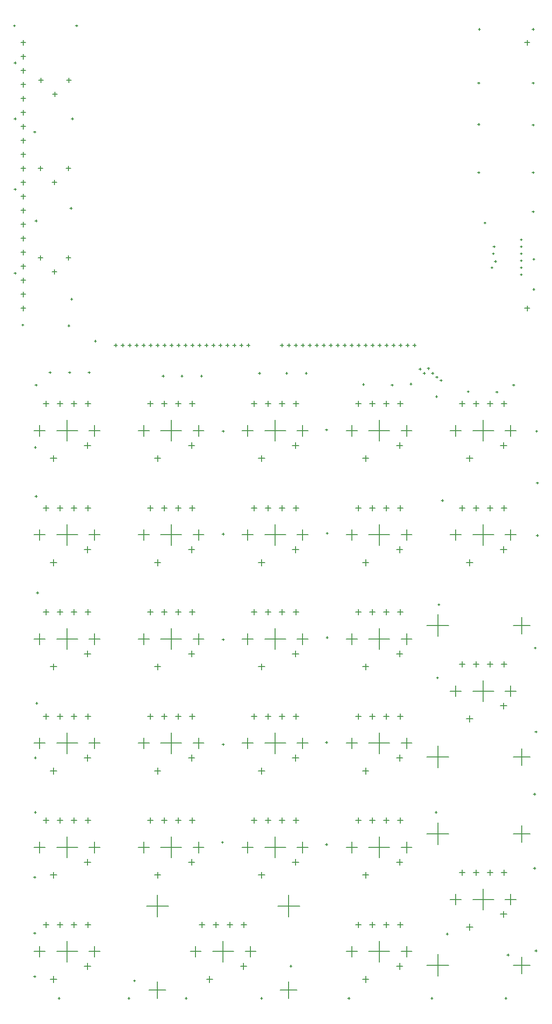
<source format=gbr>
%TF.GenerationSoftware,Altium Limited,Altium Designer,22.7.1 (60)*%
G04 Layer_Color=128*
%FSLAX45Y45*%
%MOMM*%
%TF.SameCoordinates,5A05AA2C-F857-43D8-A6CE-F15CAA79189D*%
%TF.FilePolarity,Positive*%
%TF.FileFunction,Drillmap*%
%TF.Part,Single*%
G01*
G75*
%TA.AperFunction,NonConductor*%
%ADD85C,0.12700*%
D85*
X542290Y16827499D02*
X626110D01*
X584200Y16785590D02*
Y16869411D01*
X796290Y16573500D02*
X880110D01*
X838200Y16531590D02*
Y16615410D01*
X1050290Y16827499D02*
X1134110D01*
X1092200Y16785590D02*
Y16869411D01*
X1037590Y13601700D02*
X1121410D01*
X1079500Y13559790D02*
Y13643610D01*
X783590Y13347701D02*
X867410D01*
X825500Y13305791D02*
Y13389610D01*
X529590Y13601700D02*
X613410D01*
X571500Y13559790D02*
Y13643610D01*
X1037590Y15227299D02*
X1121410D01*
X1079500Y15185390D02*
Y15269209D01*
X783590Y14973300D02*
X867410D01*
X825500Y14931390D02*
Y15015210D01*
X529590Y15227299D02*
X613410D01*
X571500Y15185390D02*
Y15269209D01*
X8701930Y10950930D02*
X8803530D01*
X8752730Y10900130D02*
Y11001730D01*
X8193930Y10950930D02*
X8295530D01*
X8244730Y10900130D02*
Y11001730D01*
X8447930Y10950930D02*
X8549530D01*
X8498730Y10900130D02*
Y11001730D01*
X8955950Y10950910D02*
X9057550D01*
X9006750Y10900110D02*
Y11001710D01*
X8324780Y9960310D02*
X8439080D01*
X8381930Y9903160D02*
Y10017460D01*
X8941980Y10194010D02*
X9056280D01*
X8999130Y10136860D02*
Y10251160D01*
X8436530Y10463230D02*
X8817530D01*
X8627030Y10272730D02*
Y10653730D01*
X9026140Y10463230D02*
X9226140D01*
X9126140Y10363230D02*
Y10563230D01*
X8027930Y10463230D02*
X8227930D01*
X8127930Y10363230D02*
Y10563230D01*
X8027930Y5732480D02*
X8227930D01*
X8127930Y5632480D02*
Y5832480D01*
X9026140Y5732480D02*
X9226140D01*
X9126140Y5632480D02*
Y5832480D01*
X8436530Y5732480D02*
X8817530D01*
X8627030Y5541980D02*
Y5922980D01*
X8941980Y5463260D02*
X9056280D01*
X8999130Y5406110D02*
Y5520410D01*
X8324780Y5229560D02*
X8439080D01*
X8381930Y5172410D02*
Y5286710D01*
X8955950Y6220160D02*
X9057550D01*
X9006750Y6169360D02*
Y6270960D01*
X8447930Y6220180D02*
X8549530D01*
X8498730Y6169380D02*
Y6270980D01*
X8193930Y6220180D02*
X8295530D01*
X8244730Y6169380D02*
Y6270980D01*
X8701930Y6220180D02*
X8803530D01*
X8752730Y6169380D02*
Y6270980D01*
X7602140Y6926280D02*
X8000920D01*
X7801530Y6726890D02*
Y7125670D01*
X9173130Y6926280D02*
X9477930D01*
X9325530Y6773880D02*
Y7078680D01*
X9173130Y4538680D02*
X9477930D01*
X9325530Y4386280D02*
Y4691080D01*
X7602140Y4538680D02*
X8000920D01*
X7801530Y4339290D02*
Y4738070D01*
X8027930Y1947880D02*
X8227930D01*
X8127930Y1847880D02*
Y2047880D01*
X9026140Y1947880D02*
X9226140D01*
X9126140Y1847880D02*
Y2047880D01*
X8436530Y1947880D02*
X8817530D01*
X8627030Y1757380D02*
Y2138380D01*
X8941980Y1678660D02*
X9056280D01*
X8999130Y1621510D02*
Y1735810D01*
X8324780Y1444960D02*
X8439080D01*
X8381930Y1387810D02*
Y1502110D01*
X8955950Y2435560D02*
X9057550D01*
X9006750Y2384760D02*
Y2486360D01*
X8447930Y2435580D02*
X8549530D01*
X8498730Y2384780D02*
Y2486380D01*
X8193930Y2435580D02*
X8295530D01*
X8244730Y2384780D02*
Y2486380D01*
X8701930Y2435580D02*
X8803530D01*
X8752730Y2384780D02*
Y2486380D01*
X7602140Y3141680D02*
X8000920D01*
X7801530Y2942290D02*
Y3341070D01*
X9173130Y3141680D02*
X9477930D01*
X9325530Y2989280D02*
Y3294080D01*
X9173130Y754080D02*
X9477930D01*
X9325530Y601680D02*
Y906480D01*
X7602140Y754080D02*
X8000920D01*
X7801530Y554690D02*
Y953470D01*
X3971180Y1489430D02*
X4072780D01*
X4021980Y1438630D02*
Y1540230D01*
X3463180Y1489430D02*
X3564780D01*
X3513980Y1438630D02*
Y1540230D01*
X3717180Y1489430D02*
X3818780D01*
X3767980Y1438630D02*
Y1540230D01*
X4225200Y1489410D02*
X4326800D01*
X4276000Y1438610D02*
Y1540210D01*
X3594030Y498810D02*
X3708330D01*
X3651180Y441660D02*
Y555960D01*
X4211230Y732510D02*
X4325530D01*
X4268380Y675360D02*
Y789660D01*
X3705780Y1001730D02*
X4086780D01*
X3896280Y811230D02*
Y1192230D01*
X4295390Y1001730D02*
X4495390D01*
X4395390Y901730D02*
Y1101730D01*
X3297180Y1001730D02*
X3497180D01*
X3397180Y901730D02*
Y1101730D01*
X2550080Y303230D02*
X2854880D01*
X2702480Y150830D02*
Y455630D01*
X4937680Y303230D02*
X5242480D01*
X5090080Y150830D02*
Y455630D01*
X2503090Y1827230D02*
X2901870D01*
X2702480Y1627840D02*
Y2026620D01*
X4890690Y1827230D02*
X5289470D01*
X5090080Y1627840D02*
Y2026620D01*
X1132730Y1489430D02*
X1234330D01*
X1183530Y1438630D02*
Y1540230D01*
X624730Y1489430D02*
X726330D01*
X675530Y1438630D02*
Y1540230D01*
X878730Y1489430D02*
X980330D01*
X929530Y1438630D02*
Y1540230D01*
X1386750Y1489410D02*
X1488350D01*
X1437550Y1438610D02*
Y1540210D01*
X755580Y498810D02*
X869880D01*
X812730Y441660D02*
Y555960D01*
X1372780Y732510D02*
X1487080D01*
X1429930Y675360D02*
Y789660D01*
X867330Y1001730D02*
X1248330D01*
X1057830Y811230D02*
Y1192230D01*
X1456940Y1001730D02*
X1656940D01*
X1556940Y901730D02*
Y1101730D01*
X458730Y1001730D02*
X658730D01*
X558730Y901730D02*
Y1101730D01*
X1132730Y3381730D02*
X1234330D01*
X1183530Y3330930D02*
Y3432530D01*
X624730Y3381730D02*
X726330D01*
X675530Y3330930D02*
Y3432530D01*
X878730Y3381730D02*
X980330D01*
X929530Y3330930D02*
Y3432530D01*
X1386750Y3381710D02*
X1488350D01*
X1437550Y3330910D02*
Y3432510D01*
X755580Y2391110D02*
X869880D01*
X812730Y2333960D02*
Y2448260D01*
X1372780Y2624810D02*
X1487080D01*
X1429930Y2567660D02*
Y2681960D01*
X867330Y2894030D02*
X1248330D01*
X1057830Y2703530D02*
Y3084530D01*
X1456940Y2894030D02*
X1656940D01*
X1556940Y2794030D02*
Y2994030D01*
X458730Y2894030D02*
X658730D01*
X558730Y2794030D02*
Y2994030D01*
X1132730Y5274030D02*
X1234330D01*
X1183530Y5223230D02*
Y5324830D01*
X624730Y5274030D02*
X726330D01*
X675530Y5223230D02*
Y5324830D01*
X878730Y5274030D02*
X980330D01*
X929530Y5223230D02*
Y5324830D01*
X1386750Y5274010D02*
X1488350D01*
X1437550Y5223210D02*
Y5324810D01*
X755580Y4283410D02*
X869880D01*
X812730Y4226260D02*
Y4340560D01*
X1372780Y4517110D02*
X1487080D01*
X1429930Y4459960D02*
Y4574260D01*
X867330Y4786330D02*
X1248330D01*
X1057830Y4595830D02*
Y4976830D01*
X1456940Y4786330D02*
X1656940D01*
X1556940Y4686330D02*
Y4886330D01*
X458730Y4786330D02*
X658730D01*
X558730Y4686330D02*
Y4886330D01*
X1132730Y7166330D02*
X1234330D01*
X1183530Y7115530D02*
Y7217130D01*
X624730Y7166330D02*
X726330D01*
X675530Y7115530D02*
Y7217130D01*
X878730Y7166330D02*
X980330D01*
X929530Y7115530D02*
Y7217130D01*
X1386750Y7166310D02*
X1488350D01*
X1437550Y7115510D02*
Y7217110D01*
X755580Y6175710D02*
X869880D01*
X812730Y6118560D02*
Y6232860D01*
X1372780Y6409410D02*
X1487080D01*
X1429930Y6352260D02*
Y6466560D01*
X867330Y6678630D02*
X1248330D01*
X1057830Y6488130D02*
Y6869130D01*
X1456940Y6678630D02*
X1656940D01*
X1556940Y6578630D02*
Y6778630D01*
X458730Y6678630D02*
X658730D01*
X558730Y6578630D02*
Y6778630D01*
X1132730Y9058630D02*
X1234330D01*
X1183530Y9007830D02*
Y9109430D01*
X624730Y9058630D02*
X726330D01*
X675530Y9007830D02*
Y9109430D01*
X878730Y9058630D02*
X980330D01*
X929530Y9007830D02*
Y9109430D01*
X1386750Y9058610D02*
X1488350D01*
X1437550Y9007810D02*
Y9109410D01*
X755580Y8068010D02*
X869880D01*
X812730Y8010860D02*
Y8125160D01*
X1372780Y8301710D02*
X1487080D01*
X1429930Y8244560D02*
Y8358860D01*
X867330Y8570930D02*
X1248330D01*
X1057830Y8380430D02*
Y8761430D01*
X1456940Y8570930D02*
X1656940D01*
X1556940Y8470930D02*
Y8670930D01*
X458730Y8570930D02*
X658730D01*
X558730Y8470930D02*
Y8670930D01*
X1132730Y10950930D02*
X1234330D01*
X1183530Y10900130D02*
Y11001730D01*
X624730Y10950930D02*
X726330D01*
X675530Y10900130D02*
Y11001730D01*
X878730Y10950930D02*
X980330D01*
X929530Y10900130D02*
Y11001730D01*
X1386750Y10950910D02*
X1488350D01*
X1437550Y10900110D02*
Y11001710D01*
X755580Y9960310D02*
X869880D01*
X812730Y9903160D02*
Y10017460D01*
X1372780Y10194010D02*
X1487080D01*
X1429930Y10136860D02*
Y10251160D01*
X867330Y10463230D02*
X1248330D01*
X1057830Y10272730D02*
Y10653730D01*
X1456940Y10463230D02*
X1656940D01*
X1556940Y10363230D02*
Y10563230D01*
X458730Y10463230D02*
X658730D01*
X558730Y10363230D02*
Y10563230D01*
X7348700Y12014200D02*
X7408700D01*
X7378700Y11984200D02*
Y12044200D01*
X7221700Y12014200D02*
X7281700D01*
X7251700Y11984200D02*
Y12044200D01*
X7094700Y12014200D02*
X7154700D01*
X7124700Y11984200D02*
Y12044200D01*
X6967700Y12014200D02*
X7027700D01*
X6997700Y11984200D02*
Y12044200D01*
X6840700Y12014200D02*
X6900700D01*
X6870700Y11984200D02*
Y12044200D01*
X6713700Y12014200D02*
X6773700D01*
X6743700Y11984200D02*
Y12044200D01*
X6586700Y12014200D02*
X6646700D01*
X6616700Y11984200D02*
Y12044200D01*
X6459700Y12014200D02*
X6519700D01*
X6489700Y11984200D02*
Y12044200D01*
X6332700Y12014200D02*
X6392700D01*
X6362700Y11984200D02*
Y12044200D01*
X6205700Y12014200D02*
X6265700D01*
X6235700Y11984200D02*
Y12044200D01*
X6078700Y12014200D02*
X6138700D01*
X6108700Y11984200D02*
Y12044200D01*
X5951700Y12014200D02*
X6011700D01*
X5981700Y11984200D02*
Y12044200D01*
X5824700Y12014200D02*
X5884700D01*
X5854700Y11984200D02*
Y12044200D01*
X5697700Y12014200D02*
X5757700D01*
X5727700Y11984200D02*
Y12044200D01*
X5570700Y12014200D02*
X5630700D01*
X5600700Y11984200D02*
Y12044200D01*
X5443700Y12014200D02*
X5503700D01*
X5473700Y11984200D02*
Y12044200D01*
X5316700Y12014200D02*
X5376700D01*
X5346700Y11984200D02*
Y12044200D01*
X5189700Y12014200D02*
X5249700D01*
X5219700Y11984200D02*
Y12044200D01*
X5062700Y12014200D02*
X5122700D01*
X5092700Y11984200D02*
Y12044200D01*
X4935700Y12014200D02*
X4995700D01*
X4965700Y11984200D02*
Y12044200D01*
X4326100Y12014200D02*
X4386100D01*
X4356100Y11984200D02*
Y12044200D01*
X4199100Y12014200D02*
X4259100D01*
X4229100Y11984200D02*
Y12044200D01*
X4072100Y12014200D02*
X4132100D01*
X4102100Y11984200D02*
Y12044200D01*
X3945100Y12014200D02*
X4005100D01*
X3975100Y11984200D02*
Y12044200D01*
X3818100Y12014200D02*
X3878100D01*
X3848100Y11984200D02*
Y12044200D01*
X3691100Y12014200D02*
X3751100D01*
X3721100Y11984200D02*
Y12044200D01*
X3564100Y12014200D02*
X3624100D01*
X3594100Y11984200D02*
Y12044200D01*
X3437100Y12014200D02*
X3497100D01*
X3467100Y11984200D02*
Y12044200D01*
X3310100Y12014200D02*
X3370100D01*
X3340100Y11984200D02*
Y12044200D01*
X3183100Y12014200D02*
X3243100D01*
X3213100Y11984200D02*
Y12044200D01*
X3056100Y12014200D02*
X3116100D01*
X3086100Y11984200D02*
Y12044200D01*
X2929100Y12014200D02*
X2989100D01*
X2959100Y11984200D02*
Y12044200D01*
X2802100Y12014200D02*
X2862100D01*
X2832100Y11984200D02*
Y12044200D01*
X2675100Y12014200D02*
X2735100D01*
X2705100Y11984200D02*
Y12044200D01*
X2548100Y12014200D02*
X2608100D01*
X2578100Y11984200D02*
Y12044200D01*
X2421100Y12014200D02*
X2481100D01*
X2451100Y11984200D02*
Y12044200D01*
X2294100Y12014200D02*
X2354100D01*
X2324100Y11984200D02*
Y12044200D01*
X2167100Y12014200D02*
X2227100D01*
X2197100Y11984200D02*
Y12044200D01*
X2040100Y12014200D02*
X2100100D01*
X2070100Y11984200D02*
Y12044200D01*
X1913100Y12014200D02*
X1973100D01*
X1943100Y11984200D02*
Y12044200D01*
X214000Y12685300D02*
X304000D01*
X259000Y12640300D02*
Y12730300D01*
X214000Y12939301D02*
X304000D01*
X259000Y12894299D02*
Y12984300D01*
X214000Y13193300D02*
X304000D01*
X259000Y13148300D02*
Y13238300D01*
X214000Y13447301D02*
X304000D01*
X259000Y13402299D02*
Y13492300D01*
X214000Y13701300D02*
X304000D01*
X259000Y13656300D02*
Y13746300D01*
X214000Y13955299D02*
X304000D01*
X259000Y13910300D02*
Y14000301D01*
X214000Y14209300D02*
X304000D01*
X259000Y14164301D02*
Y14254300D01*
X214000Y14463300D02*
X304000D01*
X259000Y14418300D02*
Y14508299D01*
X214000Y14717300D02*
X304000D01*
X259000Y14672301D02*
Y14762300D01*
X214000Y14971300D02*
X304000D01*
X259000Y14926300D02*
Y15016299D01*
X214000Y15225301D02*
X304000D01*
X259000Y15180299D02*
Y15270300D01*
X214000Y15479300D02*
X304000D01*
X259000Y15434300D02*
Y15524300D01*
X214000Y15733299D02*
X304000D01*
X259000Y15688300D02*
Y15778300D01*
X214000Y15987300D02*
X304000D01*
X259000Y15942300D02*
Y16032300D01*
X214000Y16241299D02*
X304000D01*
X259000Y16196300D02*
Y16286301D01*
X214000Y16495300D02*
X304000D01*
X259000Y16450301D02*
Y16540300D01*
X214000Y16749300D02*
X304000D01*
X259000Y16704300D02*
Y16794299D01*
X9380860Y12685300D02*
X9470860D01*
X9425860Y12640300D02*
Y12730300D01*
X9380860Y17511301D02*
X9470860D01*
X9425860Y17466299D02*
Y17556300D01*
X214000Y17003300D02*
X304000D01*
X259000Y16958299D02*
Y17048300D01*
X214000Y17257300D02*
X304000D01*
X259000Y17212300D02*
Y17302299D01*
X214000Y17511301D02*
X304000D01*
X259000Y17466299D02*
Y17556300D01*
X6135630Y10463230D02*
X6335630D01*
X6235630Y10363230D02*
Y10563230D01*
X7133840Y10463230D02*
X7333840D01*
X7233840Y10363230D02*
Y10563230D01*
X6544230Y10463230D02*
X6925230D01*
X6734730Y10272730D02*
Y10653730D01*
X7049680Y10194010D02*
X7163980D01*
X7106830Y10136860D02*
Y10251160D01*
X6432480Y9960310D02*
X6546780D01*
X6489630Y9903160D02*
Y10017460D01*
X7063650Y10950910D02*
X7165250D01*
X7114450Y10900110D02*
Y11001710D01*
X6555630Y10950930D02*
X6657230D01*
X6606430Y10900130D02*
Y11001730D01*
X6301630Y10950930D02*
X6403230D01*
X6352430Y10900130D02*
Y11001730D01*
X6809630Y10950930D02*
X6911230D01*
X6860430Y10900130D02*
Y11001730D01*
X4243330Y2894030D02*
X4443330D01*
X4343330Y2794030D02*
Y2994030D01*
X5241540Y2894030D02*
X5441540D01*
X5341540Y2794030D02*
Y2994030D01*
X4651930Y2894030D02*
X5032930D01*
X4842430Y2703530D02*
Y3084530D01*
X5157380Y2624810D02*
X5271680D01*
X5214530Y2567660D02*
Y2681960D01*
X4540180Y2391110D02*
X4654480D01*
X4597330Y2333960D02*
Y2448260D01*
X5171350Y3381710D02*
X5272950D01*
X5222150Y3330910D02*
Y3432510D01*
X4663330Y3381730D02*
X4764930D01*
X4714130Y3330930D02*
Y3432530D01*
X4409330Y3381730D02*
X4510930D01*
X4460130Y3330930D02*
Y3432530D01*
X4917330Y3381730D02*
X5018930D01*
X4968130Y3330930D02*
Y3432530D01*
X6135630Y1001730D02*
X6335630D01*
X6235630Y901730D02*
Y1101730D01*
X7133840Y1001730D02*
X7333840D01*
X7233840Y901730D02*
Y1101730D01*
X6544230Y1001730D02*
X6925230D01*
X6734730Y811230D02*
Y1192230D01*
X7049680Y732510D02*
X7163980D01*
X7106830Y675360D02*
Y789660D01*
X6432480Y498810D02*
X6546780D01*
X6489630Y441660D02*
Y555960D01*
X7063650Y1489410D02*
X7165250D01*
X7114450Y1438610D02*
Y1540210D01*
X6555630Y1489430D02*
X6657230D01*
X6606430Y1438630D02*
Y1540230D01*
X6301630Y1489430D02*
X6403230D01*
X6352430Y1438630D02*
Y1540230D01*
X6809630Y1489430D02*
X6911230D01*
X6860430Y1438630D02*
Y1540230D01*
X6135630Y2894030D02*
X6335630D01*
X6235630Y2794030D02*
Y2994030D01*
X7133840Y2894030D02*
X7333840D01*
X7233840Y2794030D02*
Y2994030D01*
X6544230Y2894030D02*
X6925230D01*
X6734730Y2703530D02*
Y3084530D01*
X7049680Y2624810D02*
X7163980D01*
X7106830Y2567660D02*
Y2681960D01*
X6432480Y2391110D02*
X6546780D01*
X6489630Y2333960D02*
Y2448260D01*
X7063650Y3381710D02*
X7165250D01*
X7114450Y3330910D02*
Y3432510D01*
X6555630Y3381730D02*
X6657230D01*
X6606430Y3330930D02*
Y3432530D01*
X6301630Y3381730D02*
X6403230D01*
X6352430Y3330930D02*
Y3432530D01*
X6809630Y3381730D02*
X6911230D01*
X6860430Y3330930D02*
Y3432530D01*
X6135630Y4786330D02*
X6335630D01*
X6235630Y4686330D02*
Y4886330D01*
X7133840Y4786330D02*
X7333840D01*
X7233840Y4686330D02*
Y4886330D01*
X6544230Y4786330D02*
X6925230D01*
X6734730Y4595830D02*
Y4976830D01*
X7049680Y4517110D02*
X7163980D01*
X7106830Y4459960D02*
Y4574260D01*
X6432480Y4283410D02*
X6546780D01*
X6489630Y4226260D02*
Y4340560D01*
X7063650Y5274010D02*
X7165250D01*
X7114450Y5223210D02*
Y5324810D01*
X6555630Y5274030D02*
X6657230D01*
X6606430Y5223230D02*
Y5324830D01*
X6301630Y5274030D02*
X6403230D01*
X6352430Y5223230D02*
Y5324830D01*
X6809630Y5274030D02*
X6911230D01*
X6860430Y5223230D02*
Y5324830D01*
X4243330Y8570930D02*
X4443330D01*
X4343330Y8470930D02*
Y8670930D01*
X5241540Y8570930D02*
X5441540D01*
X5341540Y8470930D02*
Y8670930D01*
X4651930Y8570930D02*
X5032930D01*
X4842430Y8380430D02*
Y8761430D01*
X5157380Y8301710D02*
X5271680D01*
X5214530Y8244560D02*
Y8358860D01*
X4540180Y8068010D02*
X4654480D01*
X4597330Y8010860D02*
Y8125160D01*
X5171350Y9058610D02*
X5272950D01*
X5222150Y9007810D02*
Y9109410D01*
X4663330Y9058630D02*
X4764930D01*
X4714130Y9007830D02*
Y9109430D01*
X4409330Y9058630D02*
X4510930D01*
X4460130Y9007830D02*
Y9109430D01*
X4917330Y9058630D02*
X5018930D01*
X4968130Y9007830D02*
Y9109430D01*
X4243330Y10463230D02*
X4443330D01*
X4343330Y10363230D02*
Y10563230D01*
X5241540Y10463230D02*
X5441540D01*
X5341540Y10363230D02*
Y10563230D01*
X4651930Y10463230D02*
X5032930D01*
X4842430Y10272730D02*
Y10653730D01*
X5157380Y10194010D02*
X5271680D01*
X5214530Y10136860D02*
Y10251160D01*
X4540180Y9960310D02*
X4654480D01*
X4597330Y9903160D02*
Y10017460D01*
X5171350Y10950910D02*
X5272950D01*
X5222150Y10900110D02*
Y11001710D01*
X4663330Y10950930D02*
X4764930D01*
X4714130Y10900130D02*
Y11001730D01*
X4409330Y10950930D02*
X4510930D01*
X4460130Y10900130D02*
Y11001730D01*
X4917330Y10950930D02*
X5018930D01*
X4968130Y10900130D02*
Y11001730D01*
X6135630Y8570930D02*
X6335630D01*
X6235630Y8470930D02*
Y8670930D01*
X7133840Y8570930D02*
X7333840D01*
X7233840Y8470930D02*
Y8670930D01*
X6544230Y8570930D02*
X6925230D01*
X6734730Y8380430D02*
Y8761430D01*
X7049680Y8301710D02*
X7163980D01*
X7106830Y8244560D02*
Y8358860D01*
X6432480Y8068010D02*
X6546780D01*
X6489630Y8010860D02*
Y8125160D01*
X7063650Y9058610D02*
X7165250D01*
X7114450Y9007810D02*
Y9109410D01*
X6555630Y9058630D02*
X6657230D01*
X6606430Y9007830D02*
Y9109430D01*
X6301630Y9058630D02*
X6403230D01*
X6352430Y9007830D02*
Y9109430D01*
X6809630Y9058630D02*
X6911230D01*
X6860430Y9007830D02*
Y9109430D01*
X6135630Y6678630D02*
X6335630D01*
X6235630Y6578630D02*
Y6778630D01*
X7133840Y6678630D02*
X7333840D01*
X7233840Y6578630D02*
Y6778630D01*
X6544230Y6678630D02*
X6925230D01*
X6734730Y6488130D02*
Y6869130D01*
X7049680Y6409410D02*
X7163980D01*
X7106830Y6352260D02*
Y6466560D01*
X6432480Y6175710D02*
X6546780D01*
X6489630Y6118560D02*
Y6232860D01*
X7063650Y7166310D02*
X7165250D01*
X7114450Y7115510D02*
Y7217110D01*
X6555630Y7166330D02*
X6657230D01*
X6606430Y7115530D02*
Y7217130D01*
X6301630Y7166330D02*
X6403230D01*
X6352430Y7115530D02*
Y7217130D01*
X6809630Y7166330D02*
X6911230D01*
X6860430Y7115530D02*
Y7217130D01*
X4243330Y6678630D02*
X4443330D01*
X4343330Y6578630D02*
Y6778630D01*
X5241540Y6678630D02*
X5441540D01*
X5341540Y6578630D02*
Y6778630D01*
X4651930Y6678630D02*
X5032930D01*
X4842430Y6488130D02*
Y6869130D01*
X5157380Y6409410D02*
X5271680D01*
X5214530Y6352260D02*
Y6466560D01*
X4540180Y6175710D02*
X4654480D01*
X4597330Y6118560D02*
Y6232860D01*
X5171350Y7166310D02*
X5272950D01*
X5222150Y7115510D02*
Y7217110D01*
X4663330Y7166330D02*
X4764930D01*
X4714130Y7115530D02*
Y7217130D01*
X4409330Y7166330D02*
X4510930D01*
X4460130Y7115530D02*
Y7217130D01*
X4917330Y7166330D02*
X5018930D01*
X4968130Y7115530D02*
Y7217130D01*
X4243330Y4786330D02*
X4443330D01*
X4343330Y4686330D02*
Y4886330D01*
X5241540Y4786330D02*
X5441540D01*
X5341540Y4686330D02*
Y4886330D01*
X4651930Y4786330D02*
X5032930D01*
X4842430Y4595830D02*
Y4976830D01*
X5157380Y4517110D02*
X5271680D01*
X5214530Y4459960D02*
Y4574260D01*
X4540180Y4283410D02*
X4654480D01*
X4597330Y4226260D02*
Y4340560D01*
X5171350Y5274010D02*
X5272950D01*
X5222150Y5223210D02*
Y5324810D01*
X4663330Y5274030D02*
X4764930D01*
X4714130Y5223230D02*
Y5324830D01*
X4409330Y5274030D02*
X4510930D01*
X4460130Y5223230D02*
Y5324830D01*
X4917330Y5274030D02*
X5018930D01*
X4968130Y5223230D02*
Y5324830D01*
X8027930Y8570930D02*
X8227930D01*
X8127930Y8470930D02*
Y8670930D01*
X9026140Y8570930D02*
X9226140D01*
X9126140Y8470930D02*
Y8670930D01*
X8436530Y8570930D02*
X8817530D01*
X8627030Y8380430D02*
Y8761430D01*
X8941980Y8301710D02*
X9056280D01*
X8999130Y8244560D02*
Y8358860D01*
X8324780Y8068010D02*
X8439080D01*
X8381930Y8010860D02*
Y8125160D01*
X8955950Y9058610D02*
X9057550D01*
X9006750Y9007810D02*
Y9109410D01*
X8447930Y9058630D02*
X8549530D01*
X8498730Y9007830D02*
Y9109430D01*
X8193930Y9058630D02*
X8295530D01*
X8244730Y9007830D02*
Y9109430D01*
X8701930Y9058630D02*
X8803530D01*
X8752730Y9007830D02*
Y9109430D01*
X2351030Y6678630D02*
X2551030D01*
X2451030Y6578630D02*
Y6778630D01*
X3349240Y6678630D02*
X3549240D01*
X3449240Y6578630D02*
Y6778630D01*
X2759630Y6678630D02*
X3140630D01*
X2950130Y6488130D02*
Y6869130D01*
X3265080Y6409410D02*
X3379380D01*
X3322230Y6352260D02*
Y6466560D01*
X2647880Y6175710D02*
X2762180D01*
X2705030Y6118560D02*
Y6232860D01*
X3279050Y7166310D02*
X3380650D01*
X3329850Y7115510D02*
Y7217110D01*
X2771030Y7166330D02*
X2872630D01*
X2821830Y7115530D02*
Y7217130D01*
X2517030Y7166330D02*
X2618630D01*
X2567830Y7115530D02*
Y7217130D01*
X3025030Y7166330D02*
X3126630D01*
X3075830Y7115530D02*
Y7217130D01*
X2351030Y4786330D02*
X2551030D01*
X2451030Y4686330D02*
Y4886330D01*
X3349240Y4786330D02*
X3549240D01*
X3449240Y4686330D02*
Y4886330D01*
X2759630Y4786330D02*
X3140630D01*
X2950130Y4595830D02*
Y4976830D01*
X3265080Y4517110D02*
X3379380D01*
X3322230Y4459960D02*
Y4574260D01*
X2647880Y4283410D02*
X2762180D01*
X2705030Y4226260D02*
Y4340560D01*
X3279050Y5274010D02*
X3380650D01*
X3329850Y5223210D02*
Y5324810D01*
X2771030Y5274030D02*
X2872630D01*
X2821830Y5223230D02*
Y5324830D01*
X2517030Y5274030D02*
X2618630D01*
X2567830Y5223230D02*
Y5324830D01*
X3025030Y5274030D02*
X3126630D01*
X3075830Y5223230D02*
Y5324830D01*
X2351030Y10463230D02*
X2551030D01*
X2451030Y10363230D02*
Y10563230D01*
X3349240Y10463230D02*
X3549240D01*
X3449240Y10363230D02*
Y10563230D01*
X2759630Y10463230D02*
X3140630D01*
X2950130Y10272730D02*
Y10653730D01*
X3265080Y10194010D02*
X3379380D01*
X3322230Y10136860D02*
Y10251160D01*
X2647880Y9960310D02*
X2762180D01*
X2705030Y9903160D02*
Y10017460D01*
X3279050Y10950910D02*
X3380650D01*
X3329850Y10900110D02*
Y11001710D01*
X2771030Y10950930D02*
X2872630D01*
X2821830Y10900130D02*
Y11001730D01*
X2517030Y10950930D02*
X2618630D01*
X2567830Y10900130D02*
Y11001730D01*
X3025030Y10950930D02*
X3126630D01*
X3075830Y10900130D02*
Y11001730D01*
X2351030Y2894030D02*
X2551030D01*
X2451030Y2794030D02*
Y2994030D01*
X3349240Y2894030D02*
X3549240D01*
X3449240Y2794030D02*
Y2994030D01*
X2759630Y2894030D02*
X3140630D01*
X2950130Y2703530D02*
Y3084530D01*
X3265080Y2624810D02*
X3379380D01*
X3322230Y2567660D02*
Y2681960D01*
X2647880Y2391110D02*
X2762180D01*
X2705030Y2333960D02*
Y2448260D01*
X3279050Y3381710D02*
X3380650D01*
X3329850Y3330910D02*
Y3432510D01*
X2771030Y3381730D02*
X2872630D01*
X2821830Y3330930D02*
Y3432530D01*
X2517030Y3381730D02*
X2618630D01*
X2567830Y3330930D02*
Y3432530D01*
X3025030Y3381730D02*
X3126630D01*
X3075830Y3330930D02*
Y3432530D01*
X2351030Y8570930D02*
X2551030D01*
X2451030Y8470930D02*
Y8670930D01*
X3349240Y8570930D02*
X3549240D01*
X3449240Y8470930D02*
Y8670930D01*
X2759630Y8570930D02*
X3140630D01*
X2950130Y8380430D02*
Y8761430D01*
X3265080Y8301710D02*
X3379380D01*
X3322230Y8244560D02*
Y8358860D01*
X2647880Y8068010D02*
X2762180D01*
X2705030Y8010860D02*
Y8125160D01*
X3279050Y9058610D02*
X3380650D01*
X3329850Y9007810D02*
Y9109410D01*
X2771030Y9058630D02*
X2872630D01*
X2821830Y9007830D02*
Y9109430D01*
X2517030Y9058630D02*
X2618630D01*
X2567830Y9007830D02*
Y9109430D01*
X3025030Y9058630D02*
X3126630D01*
X3075830Y9007830D02*
Y9109430D01*
X9544050Y3860800D02*
X9582150D01*
X9563100Y3841750D02*
Y3879850D01*
X9556750Y6515100D02*
X9594850D01*
X9575800Y6496050D02*
Y6534150D01*
X8528050Y15151100D02*
X8566150D01*
X8547100Y15132050D02*
Y15170151D01*
X8528050Y16027400D02*
X8566150D01*
X8547100Y16008350D02*
Y16046449D01*
X8528050Y16776700D02*
X8566150D01*
X8547100Y16757651D02*
Y16795750D01*
X8540750Y17754601D02*
X8578850D01*
X8559800Y17735550D02*
Y17773650D01*
X9518650Y17754601D02*
X9556750D01*
X9537700Y17735550D02*
Y17773650D01*
X9518650Y16776700D02*
X9556750D01*
X9537700Y16757651D02*
Y16795750D01*
X9518650Y16014700D02*
X9556750D01*
X9537700Y15995650D02*
Y16033749D01*
X9518650Y15151100D02*
X9556750D01*
X9537700Y15132050D02*
Y15170151D01*
X9518650Y14439900D02*
X9556750D01*
X9537700Y14420850D02*
Y14458949D01*
X9531350Y13576300D02*
X9569450D01*
X9550400Y13557249D02*
Y13595351D01*
X9531350Y13030200D02*
X9569450D01*
X9550400Y13011150D02*
Y13049249D01*
X9594850Y9512300D02*
X9632950D01*
X9613900Y9493250D02*
Y9531350D01*
X1555750Y12090400D02*
X1593850D01*
X1574800Y12071350D02*
Y12109450D01*
X1073150Y12369800D02*
X1111250D01*
X1092200Y12350750D02*
Y12388850D01*
X1212850Y17818100D02*
X1250950D01*
X1231900Y17799049D02*
Y17837151D01*
X82550Y17818100D02*
X120650D01*
X101600Y17799049D02*
Y17837151D01*
X95250Y17145000D02*
X133350D01*
X114300Y17125951D02*
Y17164050D01*
X95250Y16128999D02*
X133350D01*
X114300Y16109950D02*
Y16148050D01*
X95250Y14846300D02*
X133350D01*
X114300Y14827251D02*
Y14865350D01*
X95250Y13322301D02*
X133350D01*
X114300Y13303250D02*
Y13341350D01*
X234950Y12382500D02*
X273050D01*
X254000Y12363450D02*
Y12401550D01*
X476250Y11290300D02*
X514350D01*
X495300Y11271250D02*
Y11309350D01*
X463550Y10160000D02*
X501650D01*
X482600Y10140950D02*
Y10179050D01*
X476250Y9271000D02*
X514350D01*
X495300Y9251950D02*
Y9290050D01*
X501650Y7518400D02*
X539750D01*
X520700Y7499350D02*
Y7537450D01*
X488950Y5511800D02*
X527050D01*
X508000Y5492750D02*
Y5530850D01*
X463550Y4521200D02*
X501650D01*
X482600Y4502150D02*
Y4540250D01*
X463550Y3530600D02*
X501650D01*
X482600Y3511550D02*
Y3549650D01*
X450850Y2349500D02*
X488950D01*
X469900Y2330450D02*
Y2368550D01*
X450850Y1333500D02*
X488950D01*
X469900Y1314450D02*
Y1352550D01*
X450850Y546100D02*
X488950D01*
X469900Y527050D02*
Y565150D01*
X895350Y152400D02*
X933450D01*
X914400Y133350D02*
Y171450D01*
X2165350Y152400D02*
X2203450D01*
X2184400Y133350D02*
Y171450D01*
X3206750Y152400D02*
X3244850D01*
X3225800Y133350D02*
Y171450D01*
X4578350Y152400D02*
X4616450D01*
X4597400Y133350D02*
Y171450D01*
X6165850Y152400D02*
X6203950D01*
X6184900Y133350D02*
Y171450D01*
X7677150Y152400D02*
X7715250D01*
X7696200Y133350D02*
Y171450D01*
X9023350Y152400D02*
X9061450D01*
X9042400Y133350D02*
Y171450D01*
X9569450Y1016000D02*
X9607550D01*
X9588500Y996950D02*
Y1035050D01*
X9544050Y2514600D02*
X9582150D01*
X9563100Y2495550D02*
Y2533650D01*
X9569450Y4991100D02*
X9607550D01*
X9588500Y4972050D02*
Y5010150D01*
X9594850Y8559800D02*
X9632950D01*
X9613900Y8540750D02*
Y8578850D01*
X9582150Y10452100D02*
X9620250D01*
X9601200Y10433050D02*
Y10471150D01*
X5759450Y10477500D02*
X5797550D01*
X5778500Y10458450D02*
Y10496550D01*
X3879850Y10452100D02*
X3917950D01*
X3898900Y10433050D02*
Y10471150D01*
X3879850Y8585200D02*
X3917950D01*
X3898900Y8566150D02*
Y8604250D01*
X5772150Y8597900D02*
X5810250D01*
X5791200Y8578850D02*
Y8616950D01*
X5772150Y6705600D02*
X5810250D01*
X5791200Y6686550D02*
Y6724650D01*
X3879850Y6667500D02*
X3917950D01*
X3898900Y6648450D02*
Y6686550D01*
X5759450Y2946400D02*
X5797550D01*
X5778500Y2927350D02*
Y2965450D01*
X5759450Y4800600D02*
X5797550D01*
X5778500Y4781550D02*
Y4819650D01*
X3879850Y4762500D02*
X3917950D01*
X3898900Y4743450D02*
Y4781550D01*
X3867150Y2984500D02*
X3905250D01*
X3886200Y2965450D02*
Y3003550D01*
X2266950Y469900D02*
X2305050D01*
X2286000Y450850D02*
Y488950D01*
X5111750Y736600D02*
X5149850D01*
X5130800Y717550D02*
Y755650D01*
X9061450Y939800D02*
X9099550D01*
X9080500Y920750D02*
Y958850D01*
X7956550Y1320800D02*
X7994650D01*
X7975600Y1301750D02*
Y1339850D01*
X8794750Y13677901D02*
X8832850D01*
X8813800Y13658850D02*
Y13696950D01*
X8642350Y14236700D02*
X8680450D01*
X8661400Y14217650D02*
Y14255750D01*
X7296150Y11312880D02*
X7334250D01*
X7315200Y11293830D02*
Y11331930D01*
X7758919Y11084280D02*
X7797019D01*
X7777969Y11065230D02*
Y11103330D01*
X7842250Y11376380D02*
X7880350D01*
X7861300Y11357330D02*
Y11395430D01*
X1441450Y11518900D02*
X1479550D01*
X1460500Y11499850D02*
Y11537950D01*
X8858250Y11163300D02*
X8896350D01*
X8877300Y11144250D02*
Y11182350D01*
X8337550Y11173180D02*
X8375650D01*
X8356600Y11154130D02*
Y11192230D01*
X3486150Y11455400D02*
X3524250D01*
X3505200Y11436350D02*
Y11474450D01*
X4540250Y11506200D02*
X4578350D01*
X4559300Y11487150D02*
Y11525250D01*
X2787650Y11455400D02*
X2825750D01*
X2806700Y11436350D02*
Y11474450D01*
X1123950Y12852400D02*
X1162050D01*
X1143000Y12833350D02*
Y12871449D01*
X1111250Y14503400D02*
X1149350D01*
X1130300Y14484351D02*
Y14522450D01*
X1136650Y16128999D02*
X1174750D01*
X1155700Y16109950D02*
Y16148050D01*
X450850Y15887700D02*
X488950D01*
X469900Y15868649D02*
Y15906750D01*
X476250Y14274800D02*
X514350D01*
X495300Y14255750D02*
Y14293851D01*
X5391150Y11506200D02*
X5429250D01*
X5410200Y11487150D02*
Y11525250D01*
X6953250Y11290300D02*
X6991350D01*
X6972300Y11271250D02*
Y11309350D01*
X9163050Y11290300D02*
X9201150D01*
X9182100Y11271250D02*
Y11309350D01*
X6432550Y11303000D02*
X6470650D01*
X6451600Y11283950D02*
Y11322050D01*
X5035550Y11506200D02*
X5073650D01*
X5054600Y11487150D02*
Y11525250D01*
X3130550Y11455400D02*
X3168650D01*
X3149600Y11436350D02*
Y11474450D01*
X1085850Y11518900D02*
X1123950D01*
X1104900Y11499850D02*
Y11537950D01*
X730250Y11518900D02*
X768350D01*
X749300Y11499850D02*
Y11537950D01*
X8767711Y13423512D02*
X8805811D01*
X8786761Y13404462D02*
Y13442561D01*
X8832850Y13538200D02*
X8870950D01*
X8851900Y13519150D02*
Y13557249D01*
X8807450Y13804900D02*
X8845550D01*
X8826500Y13785851D02*
Y13823950D01*
X7613650Y11592560D02*
X7651750D01*
X7632700Y11573510D02*
Y11611610D01*
X7461250Y11582400D02*
X7499350D01*
X7480300Y11563350D02*
Y11601450D01*
X7766050Y11433724D02*
X7804150D01*
X7785100Y11414674D02*
Y11452774D01*
X9302750Y13931900D02*
X9340850D01*
X9321800Y13912849D02*
Y13950951D01*
X9302750Y13804900D02*
X9340850D01*
X9321800Y13785851D02*
Y13823950D01*
X7689397Y11506114D02*
X7727497D01*
X7708447Y11487064D02*
Y11525164D01*
X9302750Y13677901D02*
X9340850D01*
X9321800Y13658850D02*
Y13696950D01*
X9302750Y13550900D02*
X9340850D01*
X9321800Y13531850D02*
Y13569949D01*
X9302750Y13423900D02*
X9340850D01*
X9321800Y13404849D02*
Y13442950D01*
X9302750Y13296899D02*
X9340850D01*
X9321800Y13277850D02*
Y13315950D01*
X7537450Y11506200D02*
X7575550D01*
X7556500Y11487150D02*
Y11525250D01*
X7867650Y9194800D02*
X7905750D01*
X7886700Y9175750D02*
Y9213850D01*
X7778750Y5975350D02*
X7816850D01*
X7797800Y5956300D02*
Y5994400D01*
X7804150Y7302500D02*
X7842250D01*
X7823200Y7283450D02*
Y7321550D01*
X7753350Y3530600D02*
X7791450D01*
X7772400Y3511550D02*
Y3549650D01*
%TF.MD5,d4226ffffef71c7c612c42a54828a370*%
M02*

</source>
